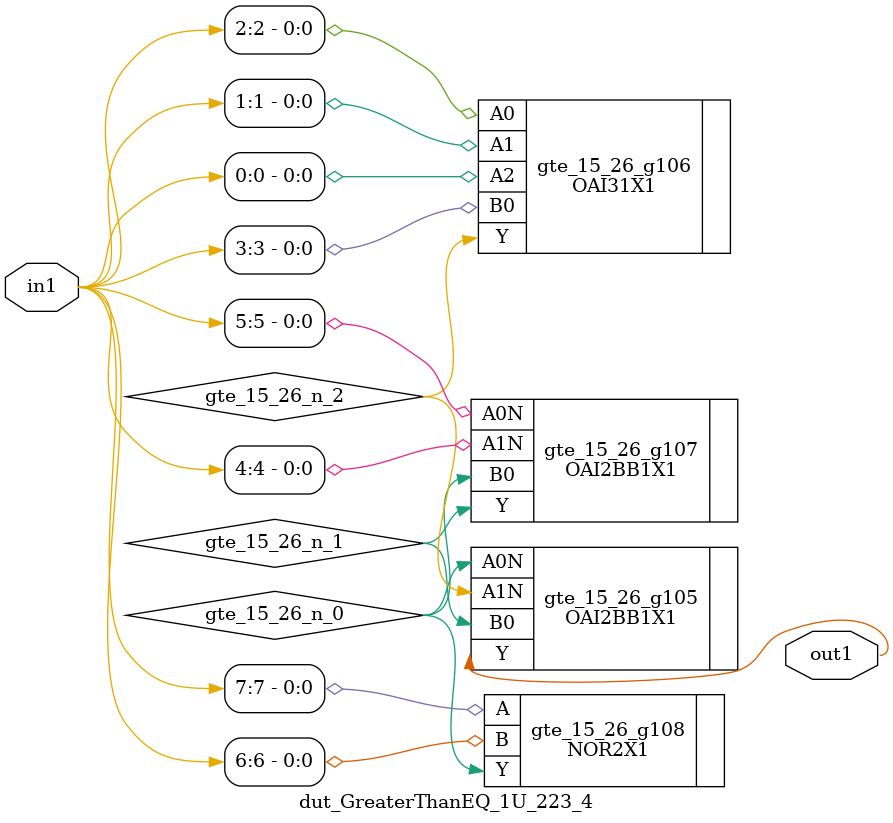
<source format=v>
`timescale 1ps / 1ps


module dut_GreaterThanEQ_1U_223_4(in1, out1);
  input [7:0] in1;
  output out1;
  wire [7:0] in1;
  wire out1;
  wire gte_15_26_n_0, gte_15_26_n_1, gte_15_26_n_2;
  OAI2BB1X1 gte_15_26_g105(.A0N (gte_15_26_n_0), .A1N (gte_15_26_n_2),
       .B0 (gte_15_26_n_1), .Y (out1));
  OAI31X1 gte_15_26_g106(.A0 (in1[2]), .A1 (in1[1]), .A2 (in1[0]), .B0
       (in1[3]), .Y (gte_15_26_n_2));
  OAI2BB1X1 gte_15_26_g107(.A0N (in1[5]), .A1N (in1[4]), .B0
       (gte_15_26_n_0), .Y (gte_15_26_n_1));
  NOR2X1 gte_15_26_g108(.A (in1[7]), .B (in1[6]), .Y (gte_15_26_n_0));
endmodule



</source>
